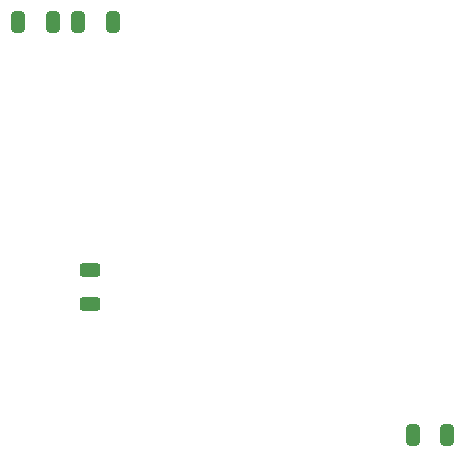
<source format=gbr>
%TF.GenerationSoftware,KiCad,Pcbnew,9.0.5*%
%TF.CreationDate,2025-11-11T16:31:38-05:00*%
%TF.ProjectId,Base_station_PCB_V0.3.1,42617365-5f73-4746-9174-696f6e5f5043,rev?*%
%TF.SameCoordinates,Original*%
%TF.FileFunction,Paste,Top*%
%TF.FilePolarity,Positive*%
%FSLAX46Y46*%
G04 Gerber Fmt 4.6, Leading zero omitted, Abs format (unit mm)*
G04 Created by KiCad (PCBNEW 9.0.5) date 2025-11-11 16:31:38*
%MOMM*%
%LPD*%
G01*
G04 APERTURE LIST*
G04 Aperture macros list*
%AMRoundRect*
0 Rectangle with rounded corners*
0 $1 Rounding radius*
0 $2 $3 $4 $5 $6 $7 $8 $9 X,Y pos of 4 corners*
0 Add a 4 corners polygon primitive as box body*
4,1,4,$2,$3,$4,$5,$6,$7,$8,$9,$2,$3,0*
0 Add four circle primitives for the rounded corners*
1,1,$1+$1,$2,$3*
1,1,$1+$1,$4,$5*
1,1,$1+$1,$6,$7*
1,1,$1+$1,$8,$9*
0 Add four rect primitives between the rounded corners*
20,1,$1+$1,$2,$3,$4,$5,0*
20,1,$1+$1,$4,$5,$6,$7,0*
20,1,$1+$1,$6,$7,$8,$9,0*
20,1,$1+$1,$8,$9,$2,$3,0*%
G04 Aperture macros list end*
%ADD10RoundRect,0.250000X0.625000X-0.312500X0.625000X0.312500X-0.625000X0.312500X-0.625000X-0.312500X0*%
%ADD11RoundRect,0.250000X-0.325000X-0.650000X0.325000X-0.650000X0.325000X0.650000X-0.325000X0.650000X0*%
%ADD12RoundRect,0.250000X0.325000X0.650000X-0.325000X0.650000X-0.325000X-0.650000X0.325000X-0.650000X0*%
G04 APERTURE END LIST*
D10*
%TO.C,R1*%
X100160000Y-101072500D03*
X100160000Y-98147500D03*
%TD*%
D11*
%TO.C,C3*%
X127490000Y-112190000D03*
X130440000Y-112190000D03*
%TD*%
D12*
%TO.C,C2*%
X102115000Y-77160000D03*
X99165000Y-77160000D03*
%TD*%
D11*
%TO.C,C1*%
X94075000Y-77190000D03*
X97025000Y-77190000D03*
%TD*%
M02*

</source>
